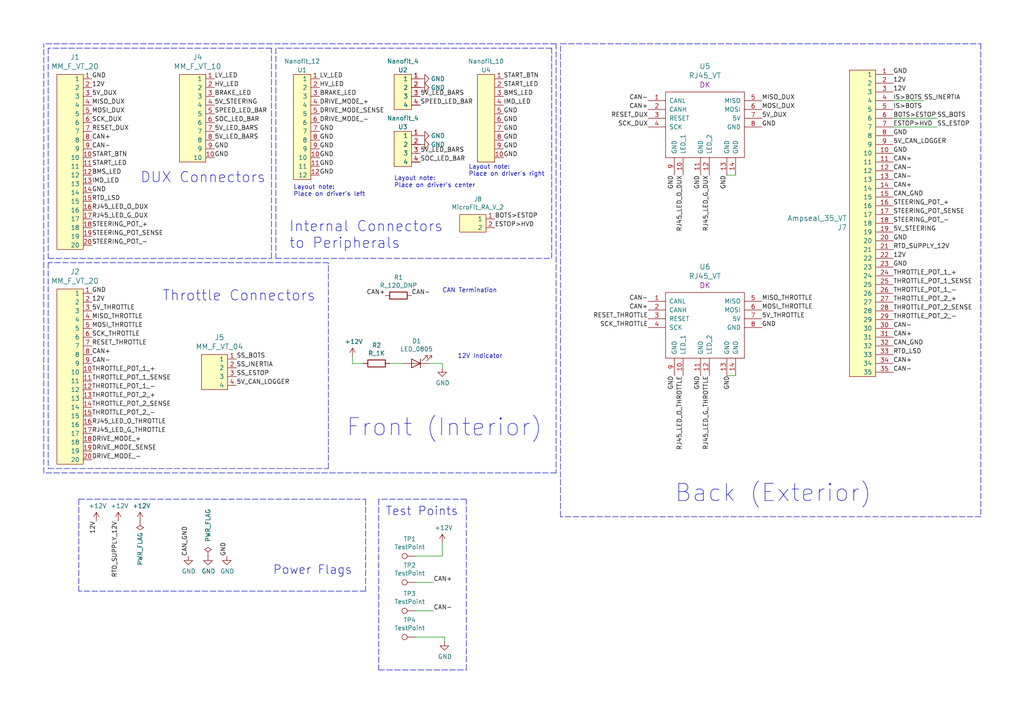
<source format=kicad_sch>
(kicad_sch (version 20211123) (generator eeschema)
  (paper "A4")
  (title_block (title "MKV Dashboard Interface Board") (date "2019-11-11") (rev "0") (company "Olin Electric Motorsports"))
  (lib_symbols
    (symbol "Connector:TestPoint" (pin_numbers hide) (pin_names (offset 0.762) hide)
      (property "Reference" "TP" (at 0 6.858 0))
      (property "Value" "TestPoint" (at 0 5.08 0))
      (symbol "TestPoint_0_1"
        (circle (center 0 3.302) (radius 0.762))
      )
      (symbol "TestPoint_1_1"
        (pin passive line (at 0 0 90) (length 2.54) (name "1") (number "1"))
      )
    )
    (symbol "formula:Ampseal_35_VT" (pin_names (offset 1.016))
      (property "Reference" "J" (at -6.35 45.72 0))
      (property "Value" "Ampseal_35_VT" (at -7.62 -45.72 0))
      (symbol "Ampseal_35_VT_0_1"
        (rectangle (start 0 44.45) (end -7.62 -44.45) (fill (type background)))
      )
      (symbol "Ampseal_35_VT_1_1"
        (pin passive line (at 5.08 43.18 180) (length 5.08) (name "1") (number "1"))
        (pin passive line (at 5.08 20.32 180) (length 5.08) (name "10") (number "10"))
        (pin passive line (at 5.08 17.78 180) (length 5.08) (name "11") (number "11"))
        (pin passive line (at 5.08 15.24 180) (length 5.08) (name "12") (number "12"))
        (pin passive line (at 5.08 12.7 180) (length 5.08) (name "13") (number "13"))
        (pin passive line (at 5.08 10.16 180) (length 5.08) (name "14") (number "14"))
        (pin passive line (at 5.08 7.62 180) (length 5.08) (name "15") (number "15"))
        (pin passive line (at 5.08 5.08 180) (length 5.08) (name "16") (number "16"))
        (pin passive line (at 5.08 2.54 180) (length 5.08) (name "17") (number "17"))
        (pin passive line (at 5.08 0 180) (length 5.08) (name "18") (number "18"))
        (pin passive line (at 5.08 -2.54 180) (length 5.08) (name "19") (number "19"))
        (pin passive line (at 5.08 40.64 180) (length 5.08) (name "2") (number "2"))
        (pin passive line (at 5.08 -5.08 180) (length 5.08) (name "20") (number "20"))
        (pin passive line (at 5.08 -7.62 180) (length 5.08) (name "21") (number "21"))
        (pin passive line (at 5.08 -10.16 180) (length 5.08) (name "22") (number "22"))
        (pin passive line (at 5.08 -12.7 180) (length 5.08) (name "23") (number "23"))
        (pin passive line (at 5.08 -15.24 180) (length 5.08) (name "24") (number "24"))
        (pin passive line (at 5.08 -17.78 180) (length 5.08) (name "25") (number "25"))
        (pin passive line (at 5.08 -20.32 180) (length 5.08) (name "26") (number "26"))
        (pin passive line (at 5.08 -22.86 180) (length 5.08) (name "27") (number "27"))
        (pin passive line (at 5.08 -25.4 180) (length 5.08) (name "28") (number "28"))
        (pin passive line (at 5.08 -27.94 180) (length 5.08) (name "29") (number "29"))
        (pin passive line (at 5.08 38.1 180) (length 5.08) (name "3") (number "3"))
        (pin passive line (at 5.08 -30.48 180) (length 5.08) (name "30") (number "30"))
        (pin passive line (at 5.08 -33.02 180) (length 5.08) (name "31") (number "31"))
        (pin passive line (at 5.08 -35.56 180) (length 5.08) (name "32") (number "32"))
        (pin passive line (at 5.08 -38.1 180) (length 5.08) (name "33") (number "33"))
        (pin passive line (at 5.08 -40.64 180) (length 5.08) (name "34") (number "34"))
        (pin passive line (at 5.08 -43.18 180) (length 5.08) (name "35") (number "35"))
        (pin passive line (at 5.08 35.56 180) (length 5.08) (name "4") (number "4"))
        (pin passive line (at 5.08 33.02 180) (length 5.08) (name "5") (number "5"))
        (pin passive line (at 5.08 30.48 180) (length 5.08) (name "6") (number "6"))
        (pin passive line (at 5.08 27.94 180) (length 5.08) (name "7") (number "7"))
        (pin passive line (at 5.08 25.4 180) (length 5.08) (name "8") (number "8"))
        (pin passive line (at 5.08 22.86 180) (length 5.08) (name "9") (number "9"))
      )
    )
    (symbol "formula:LED_0805" (pin_numbers hide) (pin_names (offset 1.016) hide)
      (property "Reference" "D" (at 0 -2.54 0))
      (property "Value" "LED_0805" (at 0 2.54 0))
      (symbol "LED_0805_0_1"
        (polyline (pts (xy -1.27 -1.27) (xy -1.27 1.27)) (stroke (width 0.2032)))
        (polyline (pts (xy -1.27 0) (xy 1.27 0)))
        (polyline (pts (xy 1.27 -1.27) (xy 1.27 1.27) (xy -1.27 0) (xy 1.27 -1.27)) (stroke (width 0.2032)))
        (polyline (pts (xy -3.048 -0.762) (xy -4.572 -2.286) (xy -3.81 -2.286) (xy -4.572 -2.286) (xy -4.572 -1.524)))
        (polyline (pts (xy -1.778 -0.762) (xy -3.302 -2.286) (xy -2.54 -2.286) (xy -3.302 -2.286) (xy -3.302 -1.524)))
      )
      (symbol "LED_0805_1_1"
        (pin passive line (at -3.81 0 0) (length 2.54) (name "K") (number "1"))
        (pin passive line (at 3.81 0 180) (length 2.54) (name "A") (number "2"))
      )
    )
    (symbol "formula:MM_F_VT_04" (pin_names (offset 1.016))
      (property "Reference" "J" (at -2.54 30.48 0))
      (property "Value" "MM_F_VT_04" (at 1.27 -6.35 0))
      (symbol "MM_F_VT_04_0_1"
        (rectangle (start 3.81 -3.81) (end -3.81 6.35) (fill (type background)))
      )
      (symbol "MM_F_VT_04_1_1"
        (pin bidirectional line (at 6.35 5.08 180) (length 2.54) (name "1") (number "1"))
        (pin bidirectional line (at 6.35 2.54 180) (length 2.54) (name "2") (number "2"))
        (pin bidirectional line (at 6.35 0 180) (length 2.54) (name "3") (number "3"))
        (pin bidirectional line (at 6.35 -2.54 180) (length 2.54) (name "4") (number "4"))
      )
    )
    (symbol "formula:MM_F_VT_10" (pin_names (offset 1.016))
      (property "Reference" "J" (at -2.54 30.48 0))
      (property "Value" "MM_F_VT_10" (at -1.27 1.27 0))
      (symbol "MM_F_VT_10_0_1"
        (rectangle (start 1.27 3.81) (end -6.35 29.21) (fill (type background)))
      )
      (symbol "MM_F_VT_10_1_1"
        (pin bidirectional line (at 3.81 27.94 180) (length 2.54) (name "1") (number "1"))
        (pin bidirectional line (at 3.81 5.08 180) (length 2.54) (name "10") (number "10"))
        (pin bidirectional line (at 3.81 25.4 180) (length 2.54) (name "2") (number "2"))
        (pin bidirectional line (at 3.81 22.86 180) (length 2.54) (name "3") (number "3"))
        (pin bidirectional line (at 3.81 20.32 180) (length 2.54) (name "4") (number "4"))
        (pin bidirectional line (at 3.81 17.78 180) (length 2.54) (name "5") (number "5"))
        (pin bidirectional line (at 3.81 15.24 180) (length 2.54) (name "6") (number "6"))
        (pin bidirectional line (at 3.81 12.7 180) (length 2.54) (name "7") (number "7"))
        (pin bidirectional line (at 3.81 10.16 180) (length 2.54) (name "8") (number "8"))
        (pin bidirectional line (at 3.81 7.62 180) (length 2.54) (name "9") (number "9"))
      )
    )
    (symbol "formula:MM_F_VT_20" (pin_names (offset 1.016))
      (property "Reference" "J" (at -2.54 30.48 0))
      (property "Value" "MM_F_VT_20" (at 0 -24.13 0))
      (symbol "MM_F_VT_20_0_1"
        (rectangle (start 1.27 -21.59) (end -6.35 29.21) (fill (type background)))
      )
      (symbol "MM_F_VT_20_1_1"
        (pin bidirectional line (at 3.81 27.94 180) (length 2.54) (name "1") (number "1"))
        (pin bidirectional line (at 3.81 5.08 180) (length 2.54) (name "10") (number "10"))
        (pin bidirectional line (at 3.81 2.54 180) (length 2.54) (name "11") (number "11"))
        (pin bidirectional line (at 3.81 0 180) (length 2.54) (name "12") (number "12"))
        (pin bidirectional line (at 3.81 -2.54 180) (length 2.54) (name "13") (number "13"))
        (pin bidirectional line (at 3.81 -5.08 180) (length 2.54) (name "14") (number "14"))
        (pin bidirectional line (at 3.81 -7.62 180) (length 2.54) (name "15") (number "15"))
        (pin bidirectional line (at 3.81 -10.16 180) (length 2.54) (name "16") (number "16"))
        (pin bidirectional line (at 3.81 -12.7 180) (length 2.54) (name "17") (number "17"))
        (pin bidirectional line (at 3.81 -15.24 180) (length 2.54) (name "18") (number "18"))
        (pin bidirectional line (at 3.81 -17.78 180) (length 2.54) (name "19") (number "19"))
        (pin bidirectional line (at 3.81 25.4 180) (length 2.54) (name "2") (number "2"))
        (pin bidirectional line (at 3.81 -20.32 180) (length 2.54) (name "20") (number "20"))
        (pin bidirectional line (at 3.81 22.86 180) (length 2.54) (name "3") (number "3"))
        (pin bidirectional line (at 3.81 20.32 180) (length 2.54) (name "4") (number "4"))
        (pin bidirectional line (at 3.81 17.78 180) (length 2.54) (name "5") (number "5"))
        (pin bidirectional line (at 3.81 15.24 180) (length 2.54) (name "6") (number "6"))
        (pin bidirectional line (at 3.81 12.7 180) (length 2.54) (name "7") (number "7"))
        (pin bidirectional line (at 3.81 10.16 180) (length 2.54) (name "8") (number "8"))
        (pin bidirectional line (at 3.81 7.62 180) (length 2.54) (name "9") (number "9"))
      )
    )
    (symbol "formula:MicroFit_RA_V_2" (pin_names (offset 1.016))
      (property "Reference" "J" (at -2.54 1.27 0))
      (property "Value" "MicroFit_RA_V_2" (at 0 -3.81 0))
      (symbol "MicroFit_RA_V_2_1_1"
        (rectangle (start 3.81 -2.54) (end -3.81 2.54) (fill (type background)))
        (pin bidirectional line (at 6.35 1.27 180) (length 2.54) (name "1") (number "1"))
        (pin bidirectional line (at 6.35 -1.27 180) (length 2.54) (name "2") (number "2"))
      )
    )
    (symbol "formula:NanoFit_RA_04" (pin_names (offset 1.016))
      (property "Reference" "J" (at 0 8.89 0))
      (property "Value" "formula_NanoFit_RA_04" (at 0 6.35 0))
      (symbol "NanoFit_RA_04_0_1"
        (rectangle (start -2.54 5.08) (end 2.54 -5.08) (fill (type background)))
      )
      (symbol "NanoFit_RA_04_1_1"
        (pin bidirectional line (at 5.08 3.81 180) (length 2.54) (name "1") (number "1"))
        (pin bidirectional line (at 5.08 1.27 180) (length 2.54) (name "2") (number "2"))
        (pin bidirectional line (at 5.08 -1.27 180) (length 2.54) (name "3") (number "3"))
        (pin bidirectional line (at 5.08 -3.81 180) (length 2.54) (name "4") (number "4"))
      )
    )
    (symbol "formula:NanoFit_RA_10" (pin_names (offset 1.016))
      (property "Reference" "J" (at 0 16.51 0))
      (property "Value" "formula_NanoFit_RA_10" (at 0 13.97 0))
      (symbol "NanoFit_RA_10_0_1"
        (rectangle (start -2.54 12.7) (end 2.54 -12.7) (fill (type background)))
      )
      (symbol "NanoFit_RA_10_1_1"
        (pin input line (at 5.08 11.43 180) (length 2.54) (name "~") (number "1"))
        (pin input line (at 5.08 -11.43 180) (length 2.54) (name "~") (number "10"))
        (pin input line (at 5.08 8.89 180) (length 2.54) (name "~") (number "2"))
        (pin input line (at 5.08 6.35 180) (length 2.54) (name "~") (number "3"))
        (pin input line (at 5.08 3.81 180) (length 2.54) (name "~") (number "4"))
        (pin input line (at 5.08 1.27 180) (length 2.54) (name "~") (number "5"))
        (pin input line (at 5.08 -1.27 180) (length 2.54) (name "~") (number "6"))
        (pin input line (at 5.08 -3.81 180) (length 2.54) (name "~") (number "7"))
        (pin input line (at 5.08 -6.35 180) (length 2.54) (name "~") (number "8"))
        (pin input line (at 5.08 -8.89 180) (length 2.54) (name "~") (number "9"))
      )
    )
    (symbol "formula:NanoFit_RA_12" (pin_names (offset 1.016))
      (property "Reference" "U" (at 0 16.51 0))
      (property "Value" "formula_NanoFit_RA_12" (at 0 19.05 0))
      (symbol "NanoFit_RA_12_0_1"
        (rectangle (start -2.54 15.24) (end 2.54 -15.24) (fill (type background)))
      )
      (symbol "NanoFit_RA_12_1_1"
        (pin input line (at 5.08 13.97 180) (length 2.54) (name "1") (number "1"))
        (pin input line (at 5.08 -8.89 180) (length 2.54) (name "10") (number "10"))
        (pin input line (at 5.08 -11.43 180) (length 2.54) (name "11") (number "11"))
        (pin input line (at 5.08 -13.97 180) (length 2.54) (name "12") (number "12"))
        (pin input line (at 5.08 11.43 180) (length 2.54) (name "2") (number "2"))
        (pin input line (at 5.08 8.89 180) (length 2.54) (name "3") (number "3"))
        (pin input line (at 5.08 6.35 180) (length 2.54) (name "4") (number "4"))
        (pin input line (at 5.08 3.81 180) (length 2.54) (name "5") (number "5"))
        (pin input line (at 5.08 1.27 180) (length 2.54) (name "6") (number "6"))
        (pin input line (at 5.08 -1.27 180) (length 2.54) (name "7") (number "7"))
        (pin input line (at 5.08 -3.81 180) (length 2.54) (name "8") (number "8"))
        (pin input line (at 5.08 -6.35 180) (length 2.54) (name "9") (number "9"))
      )
    )
    (symbol "formula:RJ45_VT" (pin_names (offset 1.016))
      (property "Reference" "U" (at 0 -14.986 0))
      (property "Value" "RJ45_VT" (at -3.556 21.844 0))
      (property "MFN" "DK" (at 3.81 -2.286 0))
      (symbol "RJ45_VT_0_1"
        (rectangle (start 11.43 19.05) (end -11.43 0))
      )
      (symbol "RJ45_VT_1_1"
        (pin bidirectional line (at -16.51 16.51 0) (length 5.08) (name "CANL") (number "1"))
        (pin bidirectional line (at -6.35 -5.08 90) (length 5.08) (name "LED_1") (number "10"))
        (pin bidirectional line (at -1.27 -5.08 90) (length 5.08) (name "GND") (number "11"))
        (pin bidirectional line (at 1.27 -5.08 90) (length 5.08) (name "LED_2") (number "12"))
        (pin bidirectional line (at 6.35 -5.08 90) (length 5.08) (name "GND") (number "13"))
        (pin bidirectional line (at 8.89 -5.08 90) (length 5.08) (name "GND") (number "14"))
        (pin bidirectional line (at -16.51 13.97 0) (length 5.08) (name "CANH") (number "2"))
        (pin bidirectional line (at -16.51 11.43 0) (length 5.08) (name "RESET") (number "3"))
        (pin bidirectional line (at -16.51 8.89 0) (length 5.08) (name "SCK") (number "4"))
        (pin bidirectional line (at 16.51 16.51 180) (length 5.08) (name "MISO") (number "5"))
        (pin bidirectional line (at 16.51 13.97 180) (length 5.08) (name "MOSI") (number "6"))
        (pin bidirectional line (at 16.51 11.43 180) (length 5.08) (name "5V") (number "7"))
        (pin bidirectional line (at 16.51 8.89 180) (length 5.08) (name "GND") (number "8"))
        (pin bidirectional line (at -8.89 -5.08 90) (length 5.08) (name "GND") (number "9"))
      )
    )
    (symbol "formula:R_120_DNP" (pin_numbers hide) (pin_names (offset 0))
      (property "Reference" "R" (at 2.032 0 90))
      (property "Value" "R_120_DNP" (at -2.54 0 90))
      (symbol "R_120_DNP_0_1"
        (rectangle (start -1.016 -2.54) (end 1.016 2.54) (stroke (width 0.254)))
      )
      (symbol "R_120_DNP_1_1"
        (pin passive line (at 0 3.81 270) (length 1.27) (name "~") (number "1"))
        (pin passive line (at 0 -3.81 90) (length 1.27) (name "~") (number "2"))
      )
    )
    (symbol "formula:R_1K" (pin_numbers hide) (pin_names (offset 0))
      (property "Reference" "R" (at 2.032 0 90))
      (property "Value" "R_1K" (at -2.54 0 90))
      (symbol "R_1K_0_1"
        (rectangle (start -1.016 -2.54) (end 1.016 2.54) (stroke (width 0.254)))
      )
      (symbol "R_1K_1_1"
        (pin passive line (at 0 3.81 270) (length 1.27) (name "~") (number "1"))
        (pin passive line (at 0 -3.81 90) (length 1.27) (name "~") (number "2"))
      )
    )
    (symbol "power:+12V" (power) (pin_names (offset 0))
      (property "Value" "+12V" (at 0 3.556 0))
      (symbol "+12V_0_1"
        (polyline (pts (xy -0.762 1.27) (xy 0 2.54)))
        (polyline (pts (xy 0 0) (xy 0 2.54)))
        (polyline (pts (xy 0 2.54) (xy 0.762 1.27)))
      )
      (symbol "+12V_1_1"
        (pin power_in line (at 0 0 90) (length 0) hide (name "+12V") (number "1"))
      )
    )
    (symbol "power:GND" (power) (pin_names (offset 0))
      (property "Value" "GND" (at 0 -3.81 0))
      (symbol "GND_0_1"
        (polyline (pts (xy 0 0) (xy 0 -1.27) (xy 1.27 -1.27) (xy 0 -2.54) (xy -1.27 -1.27) (xy 0 -1.27)))
      )
      (symbol "GND_1_1"
        (pin power_in line (at 0 0 270) (length 0) hide (name "GND") (number "1"))
      )
    )
    (symbol "power:PWR_FLAG" (power) (pin_numbers hide) (pin_names (offset 0) hide)
      (property "Value" "PWR_FLAG" (at 0 3.81 0))
      (symbol "PWR_FLAG_0_0"
        (pin power_out line (at 0 0 90) (length 0) (name "pwr") (number "1"))
      )
      (symbol "PWR_FLAG_0_1"
        (polyline (pts (xy 0 0) (xy 0 1.27) (xy -1.016 1.905) (xy 0 2.54) (xy 1.016 1.905) (xy 0 1.27)))
      )
    )
  )
  (wire (pts (xy 102.235 103.505) (xy 102.235 105.41)))
  (polyline (pts (xy 160.02 13.97) (xy 80.01 13.97)))
  (wire (pts (xy 128.27 157.48) (xy 128.27 161.29)))
  (polyline (pts (xy 135.255 144.78) (xy 109.855 144.78)))
  (wire (pts (xy 128.27 161.29) (xy 120.65 161.29)))
  (polyline (pts (xy 135.255 194.31) (xy 135.255 144.78)))
  (polyline (pts (xy 78.74 74.93) (xy 78.74 13.97)))
  (polyline (pts (xy 161.29 137.16) (xy 12.7 137.16)))
  (polyline (pts (xy 13.97 135.89) (xy 95.25 135.89)))
  (wire (pts (xy 120.65 168.91) (xy 125.73 168.91)))
  (polyline (pts (xy 78.74 13.97) (xy 13.97 13.97)))
  (polyline (pts (xy 162.56 149.86) (xy 162.56 12.7)))
  (wire (pts (xy 259.08 34.29) (xy 271.78 34.29)))
  (wire (pts (xy 210.82 108.966) (xy 213.36 108.966)))
  (polyline (pts (xy 12.7 137.16) (xy 12.7 12.7)))
  (polyline (pts (xy 109.855 144.78) (xy 109.855 194.31)))
  (polyline (pts (xy 162.56 12.7) (xy 284.48 12.7)))
  (polyline (pts (xy 22.86 144.78) (xy 22.86 171.45)))
  (polyline (pts (xy 13.97 76.2) (xy 13.97 135.89)))
  (wire (pts (xy 259.08 36.83) (xy 271.78 36.83)))
  (wire (pts (xy 113.03 105.41) (xy 116.84 105.41)))
  (polyline (pts (xy 13.97 13.97) (xy 13.97 74.93)))
  (polyline (pts (xy 95.25 76.2) (xy 13.97 76.2)))
  (polyline (pts (xy 22.86 144.78) (xy 106.045 144.78)))
  (wire (pts (xy 259.08 29.21) (xy 267.97 29.21)))
  (polyline (pts (xy 284.48 12.7) (xy 284.48 149.86)))
  (polyline (pts (xy 284.48 149.86) (xy 162.56 149.86)))
  (polyline (pts (xy 80.01 74.93) (xy 160.02 74.93)))
  (polyline (pts (xy 106.045 144.78) (xy 106.045 171.45)))
  (polyline (pts (xy 161.29 12.7) (xy 161.29 137.16)))
  (wire (pts (xy 128.27 106.68) (xy 128.27 105.41)))
  (wire (pts (xy 210.82 50.8) (xy 213.36 50.8)))
  (polyline (pts (xy 13.97 74.93) (xy 78.74 74.93)))
  (wire (pts (xy 128.905 186.055) (xy 128.905 184.785)))
  (polyline (pts (xy 106.045 171.45) (xy 22.86 171.45)))
  (wire (pts (xy 128.905 184.785) (xy 120.65 184.785)))
  (polyline (pts (xy 160.02 74.93) (xy 160.02 13.97)))
  (wire (pts (xy 102.235 105.41) (xy 105.41 105.41)))
  (wire (pts (xy 124.46 105.41) (xy 128.27 105.41)))
  (wire (pts (xy 125.73 177.165) (xy 120.65 177.165)))
  (polyline (pts (xy 109.855 194.31) (xy 135.255 194.31)))
  (polyline (pts (xy 95.25 135.89) (xy 95.25 76.2)))
  (polyline (pts (xy 161.29 12.7) (xy 12.7 12.7)))
  (polyline (pts (xy 80.01 13.97) (xy 80.01 74.93)))
  (text "Layout note: \nPlace on driver's center\n" (at 114.3 54.61 0) (effects (font (size 1.27 1.27)) (justify left bottom)))
  (text "CAN Termination" (at 128.27 85.09 0) (effects (font (size 1.27 1.27)) (justify left bottom)))
  (text "Internal Connectors \nto Peripherals\n" (at 83.82 72.39 0) (effects (font (size 2.9972 2.9972)) (justify left bottom)))
  (text "Layout note: \nPlace on driver's left\n" (at 85.09 57.15 0) (effects (font (size 1.27 1.27)) (justify left bottom)))
  (text "Front (Interior)" (at 100.33 127 0) (effects (font (size 5.0038 5.0038)) (justify left bottom)))
  (text "Test Points" (at 111.76 149.86 0) (effects (font (size 2.4892 2.4892)) (justify left bottom)))
  (text "Power Flags\n" (at 79.121 166.878 0) (effects (font (size 2.4892 2.4892)) (justify left bottom)))
  (text "Back (Exterior)" (at 195.58 146.05 0) (effects (font (size 5.0038 5.0038)) (justify left bottom)))
  (text "DUX Connectors\n" (at 40.64 53.34 0) (effects (font (size 2.9972 2.9972)) (justify left bottom)))
  (text "12V Indicator" (at 132.715 104.14 0) (effects (font (size 1.27 1.27)) (justify left bottom)))
  (text "Layout note: \nPlace on driver's right\n\n" (at 135.89 53.34 0) (effects (font (size 1.27 1.27)) (justify left bottom)))
  (text "Throttle Connectors" (at 46.99 87.63 0) (effects (font (size 2.9972 2.9972)) (justify left bottom)))
  (label "MOSI_THROTTLE" (at 26.67 95.25 0))
  (label "CAN+" (at 187.96 31.75 180))
  (label "STEERING_POT_SENSE" (at 26.67 68.58 0))
  (label "BOTS>ESTOP" (at 143.51 63.5 0))
  (label "5V_THROTTLE" (at 26.67 90.17 0))
  (label "GND" (at 62.23 45.72 0))
  (label "THROTTLE_POT_1_-" (at 26.67 113.03 0))
  (label "SS_ESTOP" (at 271.78 36.83 0))
  (label "CAN-" (at 259.08 95.25 0))
  (label "SCK_DUX" (at 187.96 36.83 180))
  (label "RJ45_LED_G_THROTTLE" (at 26.67 125.73 0))
  (label "MOSI_THROTTLE" (at 220.98 89.916 0))
  (label "CAN-" (at 187.96 29.21 180))
  (label "GND" (at 65.786 161.29 90))
  (label "STEERING_POT_+" (at 26.67 66.04 0))
  (label "SOC_LED_BAR" (at 62.23 35.56 0))
  (label "CAN-" (at 259.08 107.95 0))
  (label "IMD_LED" (at 26.67 53.34 0))
  (label "SCK_THROTTLE" (at 26.67 97.79 0))
  (label "DRIVE_MODE_SENSE" (at 92.71 33.02 0))
  (label "GND" (at 146.05 40.64 0))
  (label "5V_STEERING" (at 259.08 67.31 0))
  (label "SCK_DUX" (at 26.67 35.56 0))
  (label "RJ45_LED_G_DUX" (at 26.67 63.5 0))
  (label "RJ45_LED_O_THROTTLE" (at 198.12 108.966 270))
  (label "CAN-" (at 187.96 87.376 180))
  (label "12V" (at 259.08 24.13 0))
  (label "CAN+" (at 259.08 46.99 0))
  (label "RTD_SUPPLY_12V" (at 259.08 72.39 0))
  (label "5V_CAN_LOGGER" (at 259.08 41.91 0))
  (label "STEERING_POT_+" (at 259.08 59.69 0))
  (label "GND" (at 146.05 35.56 0))
  (label "SS_INERTIA" (at 68.58 106.68 0))
  (label "MISO_THROTTLE" (at 26.67 92.71 0))
  (label "GND" (at 92.71 50.8 0))
  (label "GND" (at 92.71 48.26 0))
  (label "CAN_GND" (at 54.61 161.29 90))
  (label "DRIVE_MODE_-" (at 26.67 133.35 0))
  (label "BMS_LED" (at 146.05 27.94 0))
  (label "12V" (at 259.08 74.93 0))
  (label "GND" (at 92.71 40.64 0))
  (label "CAN+" (at 125.73 168.91 0))
  (label "CAN-" (at 119.38 85.725 0))
  (label "SOC_LED_BAR" (at 121.92 46.99 0))
  (label "CAN-" (at 26.67 105.41 0))
  (label "RESET_THROTTLE" (at 26.67 100.33 0))
  (label "GND" (at 259.08 21.59 0))
  (label "BRAKE_LED" (at 62.23 27.94 0))
  (label "5V_LED_BARS" (at 62.23 40.64 0))
  (label "5V_DUX" (at 220.98 34.29 0))
  (label "5V_STEERING" (at 62.23 30.48 0))
  (label "5V_LED_BARS" (at 62.23 38.1 0))
  (label "BMS_LED" (at 26.67 50.8 0))
  (label "MISO_DUX" (at 220.98 29.21 0))
  (label "SS_ESTOP" (at 68.58 109.22 0))
  (label "START_BTN" (at 146.05 22.86 0))
  (label "START_LED" (at 26.67 48.26 0))
  (label "IMD_LED" (at 146.05 30.48 0))
  (label "SPEED_LED_BAR" (at 62.23 33.02 0))
  (label "GND" (at 62.23 43.18 0))
  (label "5V_LED_BARS" (at 121.92 27.94 0))
  (label "CAN+" (at 26.67 40.64 0))
  (label "GND" (at 195.58 108.966 270))
  (label "DRIVE_MODE_+" (at 92.71 30.48 0))
  (label "RTD_LSD" (at 259.08 102.87 0))
  (label "CAN-" (at 26.67 43.18 0))
  (label "DRIVE_MODE_SENSE" (at 26.67 130.81 0))
  (label "RJ45_LED_G_THROTTLE" (at 205.74 108.966 270))
  (label "GND" (at 220.98 94.996 0))
  (label "GND" (at 259.08 69.85 0))
  (label "DRIVE_MODE_+" (at 26.67 128.27 0))
  (label "SCK_THROTTLE" (at 187.96 94.996 180))
  (label "THROTTLE_POT_2_-" (at 259.08 92.71 0))
  (label "BOTS>ESTOP" (at 259.08 34.29 0))
  (label "RJ45_LED_O_DUX" (at 198.12 50.8 270))
  (label "GND" (at 146.05 43.18 0))
  (label "CAN-" (at 125.73 177.165 0))
  (label "GND" (at 203.2 50.8 270))
  (label "HV_LED" (at 92.71 25.4 0))
  (label "THROTTLE_POT_1_+" (at 259.08 80.01 0))
  (label "GND" (at 203.2 108.966 270))
  (label "SPEED_LED_BAR" (at 121.92 30.48 0))
  (label "RJ45_LED_O_DUX" (at 26.67 60.96 0))
  (label "HV_LED" (at 62.23 25.4 0))
  (label "GND" (at 92.71 38.1 0))
  (label "THROTTLE_POT_2_SENSE" (at 259.08 90.17 0))
  (label "GND" (at 146.05 38.1 0))
  (label "12V" (at 26.67 87.63 0))
  (label "5V_DUX" (at 26.67 27.94 0))
  (label "5V_LED_BARS" (at 121.92 44.45 0))
  (label "SS_BOTS" (at 68.58 104.14 0))
  (label "5V_THROTTLE" (at 220.98 92.456 0))
  (label "RESET_DUX" (at 187.96 34.29 180))
  (label "GND" (at 146.05 33.02 0))
  (label "GND" (at 92.71 45.72 0))
  (label "THROTTLE_POT_2_+" (at 26.67 115.57 0))
  (label "CAN-" (at 259.08 52.07 0))
  (label "CAN+" (at 187.96 89.916 180))
  (label "CAN+" (at 111.76 85.725 180))
  (label "GND" (at 259.08 39.37 0))
  (label "START_LED" (at 146.05 25.4 0))
  (label "RJ45_LED_G_DUX" (at 205.74 50.8 270))
  (label "GND" (at 211.836 108.966 270))
  (label "GND" (at 210.82 50.8 270))
  (label "GND" (at 26.67 22.86 0))
  (label "12V" (at 27.94 151.13 270))
  (label "LV_LED" (at 62.23 22.86 0))
  (label "GND" (at 26.67 55.88 0))
  (label "THROTTLE_POT_2_-" (at 26.67 120.65 0))
  (label "RTD_LSD" (at 26.67 58.42 0))
  (label "GND" (at 146.05 45.72 0))
  (label "RESET_THROTTLE" (at 187.96 92.456 180))
  (label "ESTOP>HVD" (at 143.51 66.04 0))
  (label "THROTTLE_POT_2_SENSE" (at 26.67 118.11 0))
  (label "IS>BOTS" (at 259.08 31.75 0))
  (label "GND" (at 259.08 44.45 0))
  (label "THROTTLE_POT_1_-" (at 259.08 85.09 0))
  (label "THROTTLE_POT_1_SENSE" (at 26.67 110.49 0))
  (label "SS_INERTIA" (at 267.97 29.21 0))
  (label "THROTTLE_POT_2_+" (at 259.08 87.63 0))
  (label "IS>BOTS" (at 259.08 29.21 0))
  (label "STEERING_POT_-" (at 259.08 64.77 0))
  (label "LV_LED" (at 92.71 22.86 0))
  (label "MISO_THROTTLE" (at 220.98 87.376 0))
  (label "12V" (at 259.08 26.67 0))
  (label "SS_BOTS" (at 271.78 34.29 0))
  (label "GND" (at 92.71 43.18 0))
  (label "STEERING_POT_SENSE" (at 259.08 62.23 0))
  (label "CAN+" (at 259.08 97.79 0))
  (label "CAN-" (at 259.08 49.53 0))
  (label "THROTTLE_POT_1_SENSE" (at 259.08 82.55 0))
  (label "MISO_DUX" (at 26.67 30.48 0))
  (label "RJ45_LED_O_THROTTLE" (at 26.67 123.19 0))
  (label "GND" (at 259.08 77.47 0))
  (label "CAN_GND" (at 259.08 100.33 0))
  (label "GND" (at 195.58 50.8 270))
  (label "STEERING_POT_-" (at 26.67 71.12 0))
  (label "BRAKE_LED" (at 92.71 27.94 0))
  (label "5V_CAN_LOGGER" (at 68.58 111.76 0))
  (label "CAN+" (at 259.08 105.41 0))
  (label "GND" (at 26.67 85.09 0))
  (label "CAN+" (at 259.08 54.61 0))
  (label "ESTOP>HVD" (at 259.08 36.83 0))
  (label "MOSI_DUX" (at 220.98 31.75 0))
  (label "START_BTN" (at 26.67 45.72 0))
  (label "MOSI_DUX" (at 26.67 33.02 0))
  (label "CAN_GND" (at 259.08 57.15 0))
  (label "DRIVE_MODE_-" (at 92.71 35.56 0))
  (label "THROTTLE_POT_1_+" (at 26.67 107.95 0))
  (label "12V" (at 26.67 25.4 0))
  (label "RTD_SUPPLY_12V" (at 34.29 151.13 270))
  (label "RESET_DUX" (at 26.67 38.1 0))
  (label "CAN+" (at 26.67 102.87 0))
  (label "GND" (at 220.98 36.83 0))
  (symbol (lib_id "formula:MM_F_VT_20") (at 22.86 50.8 0) (unit 1)
    (property "Reference" "J1" (at 21.7424 16.5862 0) (effects (font (size 1.524 1.524))))
    (property "Value" "MM_F_VT_20" (at 21.7424 19.2786 0) (effects (font (size 1.524 1.524))))
    (property "Footprint" "footprints:micromatch_female_vert_20" (effects hide))
    (property "Datasheet" "http://www.te.com/commerce/DocumentDelivery/DDEController?Action=showdoc&DocId=Customer+Drawing%7F338068%7FF1%7Fpdf%7FEnglish%7FENG_CD_338068_F1.pdf%7F2-338068-0" (effects hide))
    (property "MFN" "TE" (effects hide))
    (property "MPN" "2-338068-0" (effects hide))
    (property "PurchasingLink" "http://www.te.com/global-en/product-2-338068-0.html" (effects hide))
  )
  (symbol (lib_id "formula:MM_F_VT_20") (at 22.86 113.03 0) (unit 1)
    (property "Reference" "J2" (at 21.7424 78.8162 0) (effects (font (size 1.524 1.524))))
    (property "Value" "MM_F_VT_20" (at 21.7424 81.5086 0) (effects (font (size 1.524 1.524))))
    (property "Footprint" "footprints:micromatch_female_vert_20" (effects hide))
    (property "Datasheet" "http://www.te.com/commerce/DocumentDelivery/DDEController?Action=showdoc&DocId=Customer+Drawing%7F338068%7FF1%7Fpdf%7FEnglish%7FENG_CD_338068_F1.pdf%7F2-338068-0" (effects hide))
    (property "MFN" "TE" (effects hide))
    (property "MPN" "2-338068-0" (effects hide))
    (property "PurchasingLink" "http://www.te.com/global-en/product-2-338068-0.html" (effects hide))
  )
  (symbol (lib_id "formula:MM_F_VT_10") (at 58.42 50.8 0) (unit 1)
    (property "Reference" "J4" (at 57.3024 16.5862 0) (effects (font (size 1.524 1.524))))
    (property "Value" "MM_F_VT_10" (at 57.3024 19.2786 0) (effects (font (size 1.524 1.524))))
    (property "Footprint" "footprints:micromatch_female_vert_10" (effects hide))
    (property "Datasheet" "http://www.te.com/commerce/DocumentDelivery/DDEController?Action=showdoc&DocId=Customer+Drawing%7F338068%7FF1%7Fpdf%7FEnglish%7FENG_CD_338068_F1.pdf%7F1-338068-0" (effects hide))
    (property "MFN" "TE" (effects hide))
    (property "MPN" "1-338068-0" (effects hide))
    (property "PurchasingLink" "http://www.te.com/global-en/product-1-338068-0.html" (effects hide))
  )
  (symbol (lib_id "formula:MM_F_VT_04") (at 62.23 109.22 0) (unit 1)
    (property "Reference" "J5" (at 63.6524 97.8662 0) (effects (font (size 1.524 1.524))))
    (property "Value" "MM_F_VT_04" (at 63.6524 100.5586 0) (effects (font (size 1.524 1.524))))
    (property "Footprint" "footprints:micromatch_female_vert_4" (effects hide))
    (property "Datasheet" "http://www.te.com/commerce/DocumentDelivery/DDEController?Action=showdoc&DocId=Customer+Drawing%7F338068%7FF1%7Fpdf%7FEnglish%7FENG_CD_338068_F1.pdf%7F338068-4" (effects hide))
    (property "MFN" "TE" (effects hide))
    (property "MPN" "338068-4" (effects hide))
    (property "PurchasingLink" "http://www.te.com/global-en/product-338068-4.html" (effects hide))
  )
  (symbol (lib_id "formula:Ampseal_35_VT") (at 254 64.77 0) (unit 1)
    (property "Reference" "J7" (at 245.6942 65.9892 0) (effects (font (size 1.524 1.524)) (justify right)))
    (property "Value" "Ampseal_35_VT" (at 245.6942 63.2968 0) (effects (font (size 1.524 1.524)) (justify right)))
    (property "Footprint" "footprints:Ampseal_35" (effects hide))
    (property "Datasheet" "http://www.te.com/commerce/DocumentDelivery/DDEController?Action=showdoc&DocId=Customer+Drawing%7F776231%7FA13%7Fpdf%7FEnglish%7FENG_CD_776231_A13.pdf%7F1-776231-1" (effects hide))
    (property "MFN" "TE" (effects hide))
    (property "MPN" "1-776231-1" (effects hide))
    (property "PurchasingLink" "http://www.te.com/usa-en/product-1-776231-1.html" (effects hide))
  )
  (symbol (lib_id "formula:NanoFit_RA_04") (at 116.84 26.67 0) (unit 1)
    (property "Reference" "U2" (at 116.84 20.32 0))
    (property "Value" "Nanofit_4" (at 116.84 17.78 0))
    (property "Footprint" "Connector_Molex:Molex_Nano-Fit_105310-xx04_2x02_P2.50mm_Vertical" (effects hide))
  )
  (symbol (lib_id "formula:NanoFit_RA_04") (at 116.84 43.18 0) (unit 1)
    (property "Reference" "U3" (at 116.84 36.83 0))
    (property "Value" "Nanofit_4" (at 116.84 34.29 0))
    (property "Footprint" "Connector_Molex:Molex_Nano-Fit_105310-xx04_2x02_P2.50mm_Vertical" (effects hide))
  )
  (symbol (lib_id "formula:NanoFit_RA_10") (at 140.97 34.29 0) (unit 1)
    (property "Reference" "U4" (at 140.97 20.32 0))
    (property "Value" "Nanofit_10" (at 140.97 17.78 0))
    (property "Footprint" "Connector_Molex:Molex_Nano-Fit_105310-xx10_2x05_P2.50mm_Vertical" (effects hide))
  )
  (symbol (lib_id "formula:NanoFit_RA_12") (at 87.63 36.83 0) (unit 1)
    (property "Reference" "U1" (at 87.63 20.32 0))
    (property "Value" "Nanofit_12" (at 87.63 17.78 0))
    (property "Footprint" "Connector_Molex:Molex_Nano-Fit_105310-xx12_2x06_P2.50mm_Vertical" (effects hide))
  )
  (symbol (lib_id "formula:MicroFit_RA_V_2") (at 137.16 64.77 0) (unit 1)
    (property "Reference" "J8" (at 138.5824 57.785 0))
    (property "Value" "MicroFit_RA_V_2" (at 138.5824 60.0964 0))
    (property "Footprint" "Connector_Molex:Molex_Micro-Fit_3.0_43045-0212_2x01_P3.00mm_Vertical" (effects hide))
    (property "Datasheet" "https://www.molex.com/pdm_docs/sd/430450200_sd.pdf" (effects hide))
    (property "DK" "MFN" (effects hide))
    (property "MPN" "WM1865-ND" (effects hide))
    (property "PurchasingLink" "https://www.digikey.com/product-detail/en/molex/0430450200/WM1813-ND/252526" (effects hide))
  )
  (symbol (lib_id "power:+12V") (at 27.94 151.13 0) (unit 1)
    (property "Reference" "#PWR?" (effects hide))
    (property "Value" "+12V" (at 28.321 146.7358 0))
  )
  (symbol (lib_id "power:+12V") (at 34.29 151.13 0) (unit 1)
    (property "Reference" "#PWR?" (effects hide))
    (property "Value" "+12V" (at 34.671 146.7358 0))
  )
  (symbol (lib_id "power:GND") (at 54.61 161.29 0) (unit 1)
    (property "Reference" "#PWR?" (effects hide))
    (property "Value" "GND" (at 54.737 165.6842 0))
  )
  (symbol (lib_id "power:PWR_FLAG") (at 40.64 151.13 180) (unit 1)
    (property "Reference" "#FLG?" (effects hide))
    (property "Value" "PWR_FLAG" (at 40.64 154.3812 90) (effects (justify left)))
  )
  (symbol (lib_id "power:+12V") (at 40.64 151.13 0) (unit 1)
    (property "Reference" "#PWR?" (effects hide))
    (property "Value" "+12V" (at 41.021 146.7358 0))
  )
  (symbol (lib_id "power:PWR_FLAG") (at 60.325 161.29 0) (unit 1)
    (property "Reference" "#FLG?" (effects hide))
    (property "Value" "PWR_FLAG" (at 60.325 152.4 90))
  )
  (symbol (lib_id "power:GND") (at 60.325 161.29 0) (unit 1)
    (property "Reference" "#PWR?" (effects hide))
    (property "Value" "GND" (at 60.452 165.6842 0))
  )
  (symbol (lib_id "formula:R_120_DNP") (at 115.57 85.725 270) (unit 1)
    (property "Reference" "R1" (at 115.57 80.4672 90))
    (property "Value" "R_120_DNP" (at 115.57 82.7786 90))
    (property "Footprint" "footprints:R_0805_OEM" (effects hide))
    (property "Datasheet" "https://www.mouser.com/datasheet/2/315/AOA0000C304-1149620.pdf" (effects hide))
    (property "MFN" "DK" (effects hide))
    (property "MPN" "667-ERJ-6ENF1200V" (effects hide))
    (property "PurchasingLink" "https://www.mouser.com/ProductDetail/Panasonic-Industrial-Devices/ERJ-6ENF1200V?qs=sGAEpiMZZMvdGkrng054t8AJgcdMkx7x%252bFQnctTMUmU%3d" (effects hide))
  )
  (symbol (lib_id "formula:RJ45_VT") (at 204.47 103.886 0) (unit 1)
    (property "Reference" "U6" (at 204.47 77.3938 0) (effects (font (size 1.524 1.524))))
    (property "Value" "RJ45_VT" (at 204.47 80.0862 0) (effects (font (size 1.524 1.524))))
    (property "Footprint" "footprints:RJ45-Vertical" (effects hide))
    (property "Datasheet" "https://www.amphenolcanada.com/ProductSearch/drawings/AC/MRJ548XX1.pdf" (effects hide))
    (property "MFN" "DK" (at 204.47 82.7786 0) (effects (font (size 1.524 1.524))))
    (property "MPN" "MRJ-5481-01-ND" (effects hide))
    (property "PurchasingLink" "https://www.digikey.com/products/en?keywords=MRJ-5481-01" (effects hide))
  )
  (symbol (lib_id "formula:RJ45_VT") (at 204.47 45.72 0) (unit 1)
    (property "Reference" "U5" (at 204.47 19.2278 0) (effects (font (size 1.524 1.524))))
    (property "Value" "RJ45_VT" (at 204.47 21.9202 0) (effects (font (size 1.524 1.524))))
    (property "Footprint" "footprints:RJ45-Vertical" (effects hide))
    (property "Datasheet" "https://www.amphenolcanada.com/ProductSearch/drawings/AC/MRJ548XX1.pdf" (effects hide))
    (property "MFN" "DK" (at 204.47 24.6126 0) (effects (font (size 1.524 1.524))))
    (property "MPN" "MRJ-5481-01-ND" (effects hide))
    (property "PurchasingLink" "https://www.digikey.com/products/en?keywords=MRJ-5481-01" (effects hide))
  )
  (symbol (lib_id "Connector:TestPoint") (at 120.65 161.29 90) (unit 1)
    (property "Reference" "TP1" (at 118.8212 156.337 90))
    (property "Value" "TestPoint" (at 118.8212 158.6484 90))
    (property "Footprint" "footprints:tp_1.6mm" (effects hide))
  )
  (symbol (lib_id "Connector:TestPoint") (at 120.65 168.91 90) (unit 1)
    (property "Reference" "TP2" (at 118.8212 163.957 90))
    (property "Value" "TestPoint" (at 118.8212 166.2684 90))
    (property "Footprint" "footprints:tp_1.6mm" (effects hide))
  )
  (symbol (lib_id "Connector:TestPoint") (at 120.65 177.165 90) (unit 1)
    (property "Reference" "TP3" (at 118.8212 172.212 90))
    (property "Value" "TestPoint" (at 118.8212 174.5234 90))
    (property "Footprint" "footprints:tp_1.6mm" (effects hide))
  )
  (symbol (lib_id "Connector:TestPoint") (at 120.65 184.785 90) (unit 1)
    (property "Reference" "TP4" (at 118.8212 179.832 90))
    (property "Value" "TestPoint" (at 118.8212 182.1434 90))
    (property "Footprint" "footprints:tp_1.6mm" (effects hide))
  )
  (symbol (lib_id "power:GND") (at 128.905 186.055 0) (unit 1)
    (property "Reference" "#PWR?" (effects hide))
    (property "Value" "GND" (at 129.032 190.4492 0))
  )
  (symbol (lib_id "power:+12V") (at 128.27 157.48 0) (unit 1)
    (property "Reference" "#PWR?" (effects hide))
    (property "Value" "+12V" (at 128.651 153.0858 0))
  )
  (symbol (lib_id "formula:R_1K") (at 109.22 105.41 270) (unit 1)
    (property "Reference" "R2" (at 109.22 100.1522 90))
    (property "Value" "R_1K" (at 109.22 102.4636 90))
    (property "Footprint" "footprints:R_0805_OEM" (effects hide))
    (property "Datasheet" "https://www.seielect.com/Catalog/SEI-rncp.pdf" (effects hide))
    (property "MFN" "DK" (effects hide))
    (property "MPN" "RNCP0805FTD1K00CT-ND" (effects hide))
    (property "PurchasingLink" "https://www.digikey.com/products/en?keywords=RNCP0805FTD1K00CT-ND" (effects hide))
  )
  (symbol (lib_id "formula:LED_0805") (at 120.65 105.41 180) (unit 1)
    (property "Reference" "D1" (at 120.8278 98.933 0))
    (property "Value" "LED_0805" (at 120.8278 101.2444 0))
    (property "Footprint" "footprints:LED_0805_OEM" (effects hide))
    (property "Datasheet" "http://www.osram-os.com/Graphics/XPic9/00078860_0.pdf" (effects hide))
    (property "MFN" "DK" (effects hide))
    (property "MPN" "475-1410-1-ND" (effects hide))
    (property "PurchasingLink" "https://www.digikey.com/products/en?keywords=475-1410-1-ND" (effects hide))
  )
  (symbol (lib_id "power:+12V") (at 102.235 103.505 0) (unit 1)
    (property "Reference" "#PWR?" (effects hide))
    (property "Value" "+12V" (at 102.616 99.1108 0))
  )
  (symbol (lib_id "power:GND") (at 128.27 106.68 0) (unit 1)
    (property "Reference" "#PWR?" (effects hide))
    (property "Value" "GND" (at 128.397 111.0742 0))
  )
  (symbol (lib_id "power:GND") (at 65.786 161.29 0) (unit 1)
    (property "Reference" "#PWR?" (effects hide))
    (property "Value" "GND" (at 65.913 165.6842 0))
  )
  (symbol (lib_id "power:GND") (at 121.92 39.37 90) (unit 1)
    (property "Reference" "#PWR?" (effects hide))
    (property "Value" "GND" (at 127 39.37 90))
  )
  (symbol (lib_id "power:GND") (at 121.92 41.91 90) (unit 1)
    (property "Reference" "#PWR?" (effects hide))
    (property "Value" "GND" (at 127 41.91 90))
  )
  (symbol (lib_id "power:GND") (at 121.92 22.86 90) (unit 1)
    (property "Reference" "#PWR?" (effects hide))
    (property "Value" "GND" (at 127 22.86 90))
  )
  (symbol (lib_id "power:GND") (at 121.92 25.4 90) (unit 1)
    (property "Reference" "#PWR?" (effects hide))
    (property "Value" "GND" (at 127 25.4 90))
  )
)
</source>
